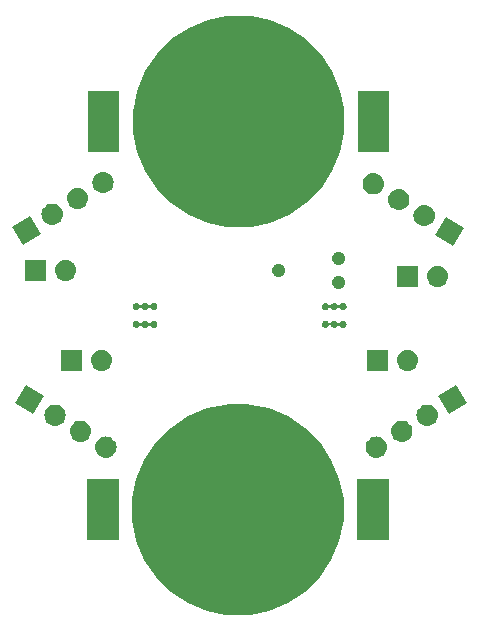
<source format=gbs>
G04 #@! TF.GenerationSoftware,KiCad,Pcbnew,(5.1.0)-1*
G04 #@! TF.CreationDate,2019-03-21T22:16:59+11:00*
G04 #@! TF.ProjectId,top-hemi,746f702d-6865-46d6-992e-6b696361645f,rev?*
G04 #@! TF.SameCoordinates,Original*
G04 #@! TF.FileFunction,Soldermask,Bot*
G04 #@! TF.FilePolarity,Negative*
%FSLAX46Y46*%
G04 Gerber Fmt 4.6, Leading zero omitted, Abs format (unit mm)*
G04 Created by KiCad (PCBNEW (5.1.0)-1) date 2019-03-21 22:16:59*
%MOMM*%
%LPD*%
G04 APERTURE LIST*
%ADD10C,0.100000*%
G04 APERTURE END LIST*
D10*
G36*
X134031948Y-96202995D02*
G01*
X135564294Y-96507797D01*
X137191452Y-97181788D01*
X138655855Y-98160272D01*
X139901228Y-99405645D01*
X140879712Y-100870048D01*
X141553703Y-102497206D01*
X141897300Y-104224588D01*
X141897300Y-105985812D01*
X141553703Y-107713194D01*
X140879712Y-109340352D01*
X139901228Y-110804755D01*
X138655855Y-112050128D01*
X137191452Y-113028612D01*
X135564294Y-113702603D01*
X134052100Y-114003397D01*
X133836913Y-114046200D01*
X132075687Y-114046200D01*
X131860500Y-114003397D01*
X130348306Y-113702603D01*
X128721148Y-113028612D01*
X127256745Y-112050128D01*
X126011372Y-110804755D01*
X125032888Y-109340352D01*
X124358897Y-107713194D01*
X124015300Y-105985812D01*
X124015300Y-104224588D01*
X124358897Y-102497206D01*
X125032888Y-100870048D01*
X126011372Y-99405645D01*
X127256745Y-98160272D01*
X128721148Y-97181788D01*
X130348306Y-96507797D01*
X131880652Y-96202995D01*
X132075687Y-96164200D01*
X133836913Y-96164200D01*
X134031948Y-96202995D01*
X134031948Y-96202995D01*
G37*
G36*
X145707300Y-107696200D02*
G01*
X143065300Y-107696200D01*
X143065300Y-102514200D01*
X145707300Y-102514200D01*
X145707300Y-107696200D01*
X145707300Y-107696200D01*
G37*
G36*
X122847300Y-107696200D02*
G01*
X120205300Y-107696200D01*
X120205300Y-102514200D01*
X122847300Y-102514200D01*
X122847300Y-107696200D01*
X122847300Y-107696200D01*
G37*
G36*
X144778316Y-98901503D02*
G01*
X144844501Y-98908022D01*
X145014340Y-98959542D01*
X145170865Y-99043207D01*
X145206603Y-99072537D01*
X145308060Y-99155799D01*
X145391322Y-99257256D01*
X145420652Y-99292994D01*
X145504317Y-99449519D01*
X145555837Y-99619358D01*
X145573233Y-99795985D01*
X145555837Y-99972612D01*
X145504317Y-100142451D01*
X145420652Y-100298976D01*
X145391322Y-100334714D01*
X145308060Y-100436171D01*
X145206603Y-100519433D01*
X145170865Y-100548763D01*
X145014340Y-100632428D01*
X144844501Y-100683948D01*
X144778316Y-100690467D01*
X144712134Y-100696985D01*
X144623614Y-100696985D01*
X144557432Y-100690467D01*
X144491247Y-100683948D01*
X144321408Y-100632428D01*
X144164883Y-100548763D01*
X144129145Y-100519433D01*
X144027688Y-100436171D01*
X143944426Y-100334714D01*
X143915096Y-100298976D01*
X143831431Y-100142451D01*
X143779911Y-99972612D01*
X143762515Y-99795985D01*
X143779911Y-99619358D01*
X143831431Y-99449519D01*
X143915096Y-99292994D01*
X143944426Y-99257256D01*
X144027688Y-99155799D01*
X144129145Y-99072537D01*
X144164883Y-99043207D01*
X144321408Y-98959542D01*
X144491247Y-98908022D01*
X144557432Y-98901503D01*
X144623614Y-98894985D01*
X144712134Y-98894985D01*
X144778316Y-98901503D01*
X144778316Y-98901503D01*
G37*
G36*
X121888568Y-98901503D02*
G01*
X121954753Y-98908022D01*
X122124592Y-98959542D01*
X122281117Y-99043207D01*
X122316855Y-99072537D01*
X122418312Y-99155799D01*
X122501574Y-99257256D01*
X122530904Y-99292994D01*
X122614569Y-99449519D01*
X122666089Y-99619358D01*
X122683485Y-99795985D01*
X122666089Y-99972612D01*
X122614569Y-100142451D01*
X122530904Y-100298976D01*
X122501574Y-100334714D01*
X122418312Y-100436171D01*
X122316855Y-100519433D01*
X122281117Y-100548763D01*
X122124592Y-100632428D01*
X121954753Y-100683948D01*
X121888568Y-100690467D01*
X121822386Y-100696985D01*
X121733866Y-100696985D01*
X121667684Y-100690467D01*
X121601499Y-100683948D01*
X121431660Y-100632428D01*
X121275135Y-100548763D01*
X121239397Y-100519433D01*
X121137940Y-100436171D01*
X121054678Y-100334714D01*
X121025348Y-100298976D01*
X120941683Y-100142451D01*
X120890163Y-99972612D01*
X120872767Y-99795985D01*
X120890163Y-99619358D01*
X120941683Y-99449519D01*
X121025348Y-99292994D01*
X121054678Y-99257256D01*
X121137940Y-99155799D01*
X121239397Y-99072537D01*
X121275135Y-99043207D01*
X121431660Y-98959542D01*
X121601499Y-98908022D01*
X121667684Y-98901503D01*
X121733866Y-98894985D01*
X121822386Y-98894985D01*
X121888568Y-98901503D01*
X121888568Y-98901503D01*
G37*
G36*
X119734527Y-97555509D02*
G01*
X119800711Y-97562027D01*
X119970550Y-97613547D01*
X120127075Y-97697212D01*
X120162813Y-97726542D01*
X120264270Y-97809804D01*
X120347532Y-97911261D01*
X120376862Y-97946999D01*
X120460527Y-98103524D01*
X120512047Y-98273363D01*
X120529443Y-98449990D01*
X120512047Y-98626617D01*
X120460527Y-98796456D01*
X120376862Y-98952981D01*
X120347532Y-98988719D01*
X120264270Y-99090176D01*
X120162813Y-99173438D01*
X120127075Y-99202768D01*
X119970550Y-99286433D01*
X119800711Y-99337953D01*
X119734526Y-99344472D01*
X119668344Y-99350990D01*
X119579824Y-99350990D01*
X119513641Y-99344471D01*
X119447457Y-99337953D01*
X119277618Y-99286433D01*
X119121093Y-99202768D01*
X119085355Y-99173438D01*
X118983898Y-99090176D01*
X118900636Y-98988719D01*
X118871306Y-98952981D01*
X118787641Y-98796456D01*
X118736121Y-98626617D01*
X118718725Y-98449990D01*
X118736121Y-98273363D01*
X118787641Y-98103524D01*
X118871306Y-97946999D01*
X118900636Y-97911261D01*
X118983898Y-97809804D01*
X119085355Y-97726542D01*
X119121093Y-97697212D01*
X119277618Y-97613547D01*
X119447457Y-97562027D01*
X119513641Y-97555509D01*
X119579824Y-97548990D01*
X119668344Y-97548990D01*
X119734527Y-97555509D01*
X119734527Y-97555509D01*
G37*
G36*
X146932359Y-97555509D02*
G01*
X146998543Y-97562027D01*
X147168382Y-97613547D01*
X147324907Y-97697212D01*
X147360645Y-97726542D01*
X147462102Y-97809804D01*
X147545364Y-97911261D01*
X147574694Y-97946999D01*
X147658359Y-98103524D01*
X147709879Y-98273363D01*
X147727275Y-98449990D01*
X147709879Y-98626617D01*
X147658359Y-98796456D01*
X147574694Y-98952981D01*
X147545364Y-98988719D01*
X147462102Y-99090176D01*
X147360645Y-99173438D01*
X147324907Y-99202768D01*
X147168382Y-99286433D01*
X146998543Y-99337953D01*
X146932358Y-99344472D01*
X146866176Y-99350990D01*
X146777656Y-99350990D01*
X146711473Y-99344471D01*
X146645289Y-99337953D01*
X146475450Y-99286433D01*
X146318925Y-99202768D01*
X146283187Y-99173438D01*
X146181730Y-99090176D01*
X146098468Y-98988719D01*
X146069138Y-98952981D01*
X145985473Y-98796456D01*
X145933953Y-98626617D01*
X145916557Y-98449990D01*
X145933953Y-98273363D01*
X145985473Y-98103524D01*
X146069138Y-97946999D01*
X146098468Y-97911261D01*
X146181730Y-97809804D01*
X146283187Y-97726542D01*
X146318925Y-97697212D01*
X146475450Y-97613547D01*
X146645289Y-97562027D01*
X146711473Y-97555509D01*
X146777656Y-97548990D01*
X146866176Y-97548990D01*
X146932359Y-97555509D01*
X146932359Y-97555509D01*
G37*
G36*
X149086400Y-96209513D02*
G01*
X149152585Y-96216032D01*
X149322424Y-96267552D01*
X149478949Y-96351217D01*
X149514687Y-96380547D01*
X149616144Y-96463809D01*
X149699406Y-96565266D01*
X149728736Y-96601004D01*
X149812401Y-96757529D01*
X149863921Y-96927368D01*
X149881317Y-97103995D01*
X149863921Y-97280622D01*
X149812401Y-97450461D01*
X149728736Y-97606986D01*
X149699406Y-97642724D01*
X149616144Y-97744181D01*
X149514687Y-97827443D01*
X149478949Y-97856773D01*
X149322424Y-97940438D01*
X149152585Y-97991958D01*
X149086401Y-97998476D01*
X149020218Y-98004995D01*
X148931698Y-98004995D01*
X148865515Y-97998476D01*
X148799331Y-97991958D01*
X148629492Y-97940438D01*
X148472967Y-97856773D01*
X148437229Y-97827443D01*
X148335772Y-97744181D01*
X148252510Y-97642724D01*
X148223180Y-97606986D01*
X148139515Y-97450461D01*
X148087995Y-97280622D01*
X148070599Y-97103995D01*
X148087995Y-96927368D01*
X148139515Y-96757529D01*
X148223180Y-96601004D01*
X148252510Y-96565266D01*
X148335772Y-96463809D01*
X148437229Y-96380547D01*
X148472967Y-96351217D01*
X148629492Y-96267552D01*
X148799331Y-96216032D01*
X148865515Y-96209514D01*
X148931698Y-96202995D01*
X149020218Y-96202995D01*
X149086400Y-96209513D01*
X149086400Y-96209513D01*
G37*
G36*
X117580484Y-96209513D02*
G01*
X117646669Y-96216032D01*
X117816508Y-96267552D01*
X117973033Y-96351217D01*
X118008771Y-96380547D01*
X118110228Y-96463809D01*
X118193490Y-96565266D01*
X118222820Y-96601004D01*
X118306485Y-96757529D01*
X118358005Y-96927368D01*
X118375401Y-97103995D01*
X118358005Y-97280622D01*
X118306485Y-97450461D01*
X118222820Y-97606986D01*
X118193490Y-97642724D01*
X118110228Y-97744181D01*
X118008771Y-97827443D01*
X117973033Y-97856773D01*
X117816508Y-97940438D01*
X117646669Y-97991958D01*
X117580485Y-97998476D01*
X117514302Y-98004995D01*
X117425782Y-98004995D01*
X117359599Y-97998476D01*
X117293415Y-97991958D01*
X117123576Y-97940438D01*
X116967051Y-97856773D01*
X116931313Y-97827443D01*
X116829856Y-97744181D01*
X116746594Y-97642724D01*
X116717264Y-97606986D01*
X116633599Y-97450461D01*
X116582079Y-97280622D01*
X116564683Y-97103995D01*
X116582079Y-96927368D01*
X116633599Y-96757529D01*
X116717264Y-96601004D01*
X116746594Y-96565266D01*
X116829856Y-96463809D01*
X116931313Y-96380547D01*
X116967051Y-96351217D01*
X117123576Y-96267552D01*
X117293415Y-96216032D01*
X117359599Y-96209514D01*
X117425782Y-96202995D01*
X117514302Y-96202995D01*
X117580484Y-96209513D01*
X117580484Y-96209513D01*
G37*
G36*
X116557549Y-95471366D02*
G01*
X115602634Y-96999549D01*
X114074451Y-96044634D01*
X115029366Y-94516451D01*
X116557549Y-95471366D01*
X116557549Y-95471366D01*
G37*
G36*
X152371549Y-96044634D02*
G01*
X150843366Y-96999549D01*
X149888451Y-95471366D01*
X151416634Y-94516451D01*
X152371549Y-96044634D01*
X152371549Y-96044634D01*
G37*
G36*
X145681000Y-93357000D02*
G01*
X143879000Y-93357000D01*
X143879000Y-91555000D01*
X145681000Y-91555000D01*
X145681000Y-93357000D01*
X145681000Y-93357000D01*
G37*
G36*
X147430443Y-91561519D02*
G01*
X147496627Y-91568037D01*
X147666466Y-91619557D01*
X147822991Y-91703222D01*
X147858729Y-91732552D01*
X147960186Y-91815814D01*
X148043448Y-91917271D01*
X148072778Y-91953009D01*
X148156443Y-92109534D01*
X148207963Y-92279373D01*
X148225359Y-92456000D01*
X148207963Y-92632627D01*
X148156443Y-92802466D01*
X148072778Y-92958991D01*
X148043448Y-92994729D01*
X147960186Y-93096186D01*
X147858729Y-93179448D01*
X147822991Y-93208778D01*
X147666466Y-93292443D01*
X147496627Y-93343963D01*
X147430442Y-93350482D01*
X147364260Y-93357000D01*
X147275740Y-93357000D01*
X147209558Y-93350482D01*
X147143373Y-93343963D01*
X146973534Y-93292443D01*
X146817009Y-93208778D01*
X146781271Y-93179448D01*
X146679814Y-93096186D01*
X146596552Y-92994729D01*
X146567222Y-92958991D01*
X146483557Y-92802466D01*
X146432037Y-92632627D01*
X146414641Y-92456000D01*
X146432037Y-92279373D01*
X146483557Y-92109534D01*
X146567222Y-91953009D01*
X146596552Y-91917271D01*
X146679814Y-91815814D01*
X146781271Y-91732552D01*
X146817009Y-91703222D01*
X146973534Y-91619557D01*
X147143373Y-91568037D01*
X147209557Y-91561519D01*
X147275740Y-91555000D01*
X147364260Y-91555000D01*
X147430443Y-91561519D01*
X147430443Y-91561519D01*
G37*
G36*
X121522443Y-91561519D02*
G01*
X121588627Y-91568037D01*
X121758466Y-91619557D01*
X121914991Y-91703222D01*
X121950729Y-91732552D01*
X122052186Y-91815814D01*
X122135448Y-91917271D01*
X122164778Y-91953009D01*
X122248443Y-92109534D01*
X122299963Y-92279373D01*
X122317359Y-92456000D01*
X122299963Y-92632627D01*
X122248443Y-92802466D01*
X122164778Y-92958991D01*
X122135448Y-92994729D01*
X122052186Y-93096186D01*
X121950729Y-93179448D01*
X121914991Y-93208778D01*
X121758466Y-93292443D01*
X121588627Y-93343963D01*
X121522442Y-93350482D01*
X121456260Y-93357000D01*
X121367740Y-93357000D01*
X121301558Y-93350482D01*
X121235373Y-93343963D01*
X121065534Y-93292443D01*
X120909009Y-93208778D01*
X120873271Y-93179448D01*
X120771814Y-93096186D01*
X120688552Y-92994729D01*
X120659222Y-92958991D01*
X120575557Y-92802466D01*
X120524037Y-92632627D01*
X120506641Y-92456000D01*
X120524037Y-92279373D01*
X120575557Y-92109534D01*
X120659222Y-91953009D01*
X120688552Y-91917271D01*
X120771814Y-91815814D01*
X120873271Y-91732552D01*
X120909009Y-91703222D01*
X121065534Y-91619557D01*
X121235373Y-91568037D01*
X121301557Y-91561519D01*
X121367740Y-91555000D01*
X121456260Y-91555000D01*
X121522443Y-91561519D01*
X121522443Y-91561519D01*
G37*
G36*
X119773000Y-93357000D02*
G01*
X117971000Y-93357000D01*
X117971000Y-91555000D01*
X119773000Y-91555000D01*
X119773000Y-93357000D01*
X119773000Y-93357000D01*
G37*
G36*
X124432797Y-89106567D02*
G01*
X124487575Y-89129257D01*
X124487577Y-89129258D01*
X124536876Y-89162198D01*
X124578802Y-89204124D01*
X124611742Y-89253423D01*
X124616067Y-89259896D01*
X124631612Y-89278838D01*
X124650554Y-89294383D01*
X124672165Y-89305934D01*
X124695614Y-89313047D01*
X124720000Y-89315449D01*
X124744386Y-89313047D01*
X124767835Y-89305934D01*
X124789446Y-89294383D01*
X124808388Y-89278838D01*
X124823933Y-89259896D01*
X124828258Y-89253423D01*
X124861198Y-89204124D01*
X124903124Y-89162198D01*
X124952423Y-89129258D01*
X124952425Y-89129257D01*
X125007203Y-89106567D01*
X125065353Y-89095000D01*
X125124647Y-89095000D01*
X125182797Y-89106567D01*
X125237575Y-89129257D01*
X125237577Y-89129258D01*
X125286876Y-89162198D01*
X125328802Y-89204124D01*
X125361742Y-89253423D01*
X125366067Y-89259896D01*
X125381612Y-89278838D01*
X125400554Y-89294383D01*
X125422165Y-89305934D01*
X125445614Y-89313047D01*
X125470000Y-89315449D01*
X125494386Y-89313047D01*
X125517835Y-89305934D01*
X125539446Y-89294383D01*
X125558388Y-89278838D01*
X125573933Y-89259896D01*
X125578258Y-89253423D01*
X125611198Y-89204124D01*
X125653124Y-89162198D01*
X125702423Y-89129258D01*
X125702425Y-89129257D01*
X125757203Y-89106567D01*
X125815353Y-89095000D01*
X125874647Y-89095000D01*
X125932797Y-89106567D01*
X125987575Y-89129257D01*
X125987577Y-89129258D01*
X126036876Y-89162198D01*
X126078802Y-89204124D01*
X126111742Y-89253423D01*
X126111743Y-89253425D01*
X126134433Y-89308203D01*
X126146000Y-89366353D01*
X126146000Y-89425647D01*
X126134433Y-89483797D01*
X126114423Y-89532104D01*
X126111742Y-89538577D01*
X126078802Y-89587876D01*
X126036876Y-89629802D01*
X125987577Y-89662742D01*
X125987576Y-89662743D01*
X125987575Y-89662743D01*
X125932797Y-89685433D01*
X125874647Y-89697000D01*
X125815353Y-89697000D01*
X125757203Y-89685433D01*
X125702425Y-89662743D01*
X125702424Y-89662743D01*
X125702423Y-89662742D01*
X125653124Y-89629802D01*
X125611198Y-89587876D01*
X125578258Y-89538577D01*
X125578257Y-89538575D01*
X125573933Y-89532104D01*
X125558388Y-89513162D01*
X125539446Y-89497617D01*
X125517835Y-89486066D01*
X125494386Y-89478953D01*
X125470000Y-89476551D01*
X125445614Y-89478953D01*
X125422165Y-89486066D01*
X125400554Y-89497617D01*
X125381612Y-89513162D01*
X125366067Y-89532104D01*
X125361743Y-89538575D01*
X125361742Y-89538577D01*
X125328802Y-89587876D01*
X125286876Y-89629802D01*
X125237577Y-89662742D01*
X125237576Y-89662743D01*
X125237575Y-89662743D01*
X125182797Y-89685433D01*
X125124647Y-89697000D01*
X125065353Y-89697000D01*
X125007203Y-89685433D01*
X124952425Y-89662743D01*
X124952424Y-89662743D01*
X124952423Y-89662742D01*
X124903124Y-89629802D01*
X124861198Y-89587876D01*
X124828258Y-89538577D01*
X124828257Y-89538575D01*
X124823933Y-89532104D01*
X124808388Y-89513162D01*
X124789446Y-89497617D01*
X124767835Y-89486066D01*
X124744386Y-89478953D01*
X124720000Y-89476551D01*
X124695614Y-89478953D01*
X124672165Y-89486066D01*
X124650554Y-89497617D01*
X124631612Y-89513162D01*
X124616067Y-89532104D01*
X124611743Y-89538575D01*
X124611742Y-89538577D01*
X124578802Y-89587876D01*
X124536876Y-89629802D01*
X124487577Y-89662742D01*
X124487576Y-89662743D01*
X124487575Y-89662743D01*
X124432797Y-89685433D01*
X124374647Y-89697000D01*
X124315353Y-89697000D01*
X124257203Y-89685433D01*
X124202425Y-89662743D01*
X124202424Y-89662743D01*
X124202423Y-89662742D01*
X124153124Y-89629802D01*
X124111198Y-89587876D01*
X124078258Y-89538577D01*
X124075577Y-89532104D01*
X124055567Y-89483797D01*
X124044000Y-89425647D01*
X124044000Y-89366353D01*
X124055567Y-89308203D01*
X124078257Y-89253425D01*
X124078258Y-89253423D01*
X124111198Y-89204124D01*
X124153124Y-89162198D01*
X124202423Y-89129258D01*
X124202425Y-89129257D01*
X124257203Y-89106567D01*
X124315353Y-89095000D01*
X124374647Y-89095000D01*
X124432797Y-89106567D01*
X124432797Y-89106567D01*
G37*
G36*
X140446797Y-89106567D02*
G01*
X140501575Y-89129257D01*
X140501577Y-89129258D01*
X140550876Y-89162198D01*
X140592802Y-89204124D01*
X140625742Y-89253423D01*
X140630067Y-89259896D01*
X140645612Y-89278838D01*
X140664554Y-89294383D01*
X140686165Y-89305934D01*
X140709614Y-89313047D01*
X140734000Y-89315449D01*
X140758386Y-89313047D01*
X140781835Y-89305934D01*
X140803446Y-89294383D01*
X140822388Y-89278838D01*
X140837933Y-89259896D01*
X140842258Y-89253423D01*
X140875198Y-89204124D01*
X140917124Y-89162198D01*
X140966423Y-89129258D01*
X140966425Y-89129257D01*
X141021203Y-89106567D01*
X141079353Y-89095000D01*
X141138647Y-89095000D01*
X141196797Y-89106567D01*
X141251575Y-89129257D01*
X141251577Y-89129258D01*
X141300876Y-89162198D01*
X141342802Y-89204124D01*
X141375742Y-89253423D01*
X141380067Y-89259896D01*
X141395612Y-89278838D01*
X141414554Y-89294383D01*
X141436165Y-89305934D01*
X141459614Y-89313047D01*
X141484000Y-89315449D01*
X141508386Y-89313047D01*
X141531835Y-89305934D01*
X141553446Y-89294383D01*
X141572388Y-89278838D01*
X141587933Y-89259896D01*
X141592258Y-89253423D01*
X141625198Y-89204124D01*
X141667124Y-89162198D01*
X141716423Y-89129258D01*
X141716425Y-89129257D01*
X141771203Y-89106567D01*
X141829353Y-89095000D01*
X141888647Y-89095000D01*
X141946797Y-89106567D01*
X142001575Y-89129257D01*
X142001577Y-89129258D01*
X142050876Y-89162198D01*
X142092802Y-89204124D01*
X142125742Y-89253423D01*
X142125743Y-89253425D01*
X142148433Y-89308203D01*
X142160000Y-89366353D01*
X142160000Y-89425647D01*
X142148433Y-89483797D01*
X142128423Y-89532104D01*
X142125742Y-89538577D01*
X142092802Y-89587876D01*
X142050876Y-89629802D01*
X142001577Y-89662742D01*
X142001576Y-89662743D01*
X142001575Y-89662743D01*
X141946797Y-89685433D01*
X141888647Y-89697000D01*
X141829353Y-89697000D01*
X141771203Y-89685433D01*
X141716425Y-89662743D01*
X141716424Y-89662743D01*
X141716423Y-89662742D01*
X141667124Y-89629802D01*
X141625198Y-89587876D01*
X141592258Y-89538577D01*
X141592257Y-89538575D01*
X141587933Y-89532104D01*
X141572388Y-89513162D01*
X141553446Y-89497617D01*
X141531835Y-89486066D01*
X141508386Y-89478953D01*
X141484000Y-89476551D01*
X141459614Y-89478953D01*
X141436165Y-89486066D01*
X141414554Y-89497617D01*
X141395612Y-89513162D01*
X141380067Y-89532104D01*
X141375743Y-89538575D01*
X141375742Y-89538577D01*
X141342802Y-89587876D01*
X141300876Y-89629802D01*
X141251577Y-89662742D01*
X141251576Y-89662743D01*
X141251575Y-89662743D01*
X141196797Y-89685433D01*
X141138647Y-89697000D01*
X141079353Y-89697000D01*
X141021203Y-89685433D01*
X140966425Y-89662743D01*
X140966424Y-89662743D01*
X140966423Y-89662742D01*
X140917124Y-89629802D01*
X140875198Y-89587876D01*
X140842258Y-89538577D01*
X140842257Y-89538575D01*
X140837933Y-89532104D01*
X140822388Y-89513162D01*
X140803446Y-89497617D01*
X140781835Y-89486066D01*
X140758386Y-89478953D01*
X140734000Y-89476551D01*
X140709614Y-89478953D01*
X140686165Y-89486066D01*
X140664554Y-89497617D01*
X140645612Y-89513162D01*
X140630067Y-89532104D01*
X140625743Y-89538575D01*
X140625742Y-89538577D01*
X140592802Y-89587876D01*
X140550876Y-89629802D01*
X140501577Y-89662742D01*
X140501576Y-89662743D01*
X140501575Y-89662743D01*
X140446797Y-89685433D01*
X140388647Y-89697000D01*
X140329353Y-89697000D01*
X140271203Y-89685433D01*
X140216425Y-89662743D01*
X140216424Y-89662743D01*
X140216423Y-89662742D01*
X140167124Y-89629802D01*
X140125198Y-89587876D01*
X140092258Y-89538577D01*
X140089577Y-89532104D01*
X140069567Y-89483797D01*
X140058000Y-89425647D01*
X140058000Y-89366353D01*
X140069567Y-89308203D01*
X140092257Y-89253425D01*
X140092258Y-89253423D01*
X140125198Y-89204124D01*
X140167124Y-89162198D01*
X140216423Y-89129258D01*
X140216425Y-89129257D01*
X140271203Y-89106567D01*
X140329353Y-89095000D01*
X140388647Y-89095000D01*
X140446797Y-89106567D01*
X140446797Y-89106567D01*
G37*
G36*
X124432797Y-87606567D02*
G01*
X124487575Y-87629257D01*
X124487577Y-87629258D01*
X124536876Y-87662198D01*
X124578802Y-87704124D01*
X124611742Y-87753423D01*
X124616067Y-87759896D01*
X124631612Y-87778838D01*
X124650554Y-87794383D01*
X124672165Y-87805934D01*
X124695614Y-87813047D01*
X124720000Y-87815449D01*
X124744386Y-87813047D01*
X124767835Y-87805934D01*
X124789446Y-87794383D01*
X124808388Y-87778838D01*
X124823933Y-87759896D01*
X124828258Y-87753423D01*
X124861198Y-87704124D01*
X124903124Y-87662198D01*
X124952423Y-87629258D01*
X124952425Y-87629257D01*
X125007203Y-87606567D01*
X125065353Y-87595000D01*
X125124647Y-87595000D01*
X125182797Y-87606567D01*
X125237575Y-87629257D01*
X125237577Y-87629258D01*
X125286876Y-87662198D01*
X125328802Y-87704124D01*
X125361742Y-87753423D01*
X125366067Y-87759896D01*
X125381612Y-87778838D01*
X125400554Y-87794383D01*
X125422165Y-87805934D01*
X125445614Y-87813047D01*
X125470000Y-87815449D01*
X125494386Y-87813047D01*
X125517835Y-87805934D01*
X125539446Y-87794383D01*
X125558388Y-87778838D01*
X125573933Y-87759896D01*
X125578258Y-87753423D01*
X125611198Y-87704124D01*
X125653124Y-87662198D01*
X125702423Y-87629258D01*
X125702425Y-87629257D01*
X125757203Y-87606567D01*
X125815353Y-87595000D01*
X125874647Y-87595000D01*
X125932797Y-87606567D01*
X125987575Y-87629257D01*
X125987577Y-87629258D01*
X126036876Y-87662198D01*
X126078802Y-87704124D01*
X126111742Y-87753423D01*
X126111743Y-87753425D01*
X126134433Y-87808203D01*
X126146000Y-87866353D01*
X126146000Y-87925647D01*
X126134433Y-87983797D01*
X126114423Y-88032104D01*
X126111742Y-88038577D01*
X126078802Y-88087876D01*
X126036876Y-88129802D01*
X125987577Y-88162742D01*
X125987576Y-88162743D01*
X125987575Y-88162743D01*
X125932797Y-88185433D01*
X125874647Y-88197000D01*
X125815353Y-88197000D01*
X125757203Y-88185433D01*
X125702425Y-88162743D01*
X125702424Y-88162743D01*
X125702423Y-88162742D01*
X125653124Y-88129802D01*
X125611198Y-88087876D01*
X125578258Y-88038577D01*
X125578257Y-88038575D01*
X125573933Y-88032104D01*
X125558388Y-88013162D01*
X125539446Y-87997617D01*
X125517835Y-87986066D01*
X125494386Y-87978953D01*
X125470000Y-87976551D01*
X125445614Y-87978953D01*
X125422165Y-87986066D01*
X125400554Y-87997617D01*
X125381612Y-88013162D01*
X125366067Y-88032104D01*
X125361743Y-88038575D01*
X125361742Y-88038577D01*
X125328802Y-88087876D01*
X125286876Y-88129802D01*
X125237577Y-88162742D01*
X125237576Y-88162743D01*
X125237575Y-88162743D01*
X125182797Y-88185433D01*
X125124647Y-88197000D01*
X125065353Y-88197000D01*
X125007203Y-88185433D01*
X124952425Y-88162743D01*
X124952424Y-88162743D01*
X124952423Y-88162742D01*
X124903124Y-88129802D01*
X124861198Y-88087876D01*
X124828258Y-88038577D01*
X124828257Y-88038575D01*
X124823933Y-88032104D01*
X124808388Y-88013162D01*
X124789446Y-87997617D01*
X124767835Y-87986066D01*
X124744386Y-87978953D01*
X124720000Y-87976551D01*
X124695614Y-87978953D01*
X124672165Y-87986066D01*
X124650554Y-87997617D01*
X124631612Y-88013162D01*
X124616067Y-88032104D01*
X124611743Y-88038575D01*
X124611742Y-88038577D01*
X124578802Y-88087876D01*
X124536876Y-88129802D01*
X124487577Y-88162742D01*
X124487576Y-88162743D01*
X124487575Y-88162743D01*
X124432797Y-88185433D01*
X124374647Y-88197000D01*
X124315353Y-88197000D01*
X124257203Y-88185433D01*
X124202425Y-88162743D01*
X124202424Y-88162743D01*
X124202423Y-88162742D01*
X124153124Y-88129802D01*
X124111198Y-88087876D01*
X124078258Y-88038577D01*
X124075577Y-88032104D01*
X124055567Y-87983797D01*
X124044000Y-87925647D01*
X124044000Y-87866353D01*
X124055567Y-87808203D01*
X124078257Y-87753425D01*
X124078258Y-87753423D01*
X124111198Y-87704124D01*
X124153124Y-87662198D01*
X124202423Y-87629258D01*
X124202425Y-87629257D01*
X124257203Y-87606567D01*
X124315353Y-87595000D01*
X124374647Y-87595000D01*
X124432797Y-87606567D01*
X124432797Y-87606567D01*
G37*
G36*
X140446797Y-87606567D02*
G01*
X140501575Y-87629257D01*
X140501577Y-87629258D01*
X140550876Y-87662198D01*
X140592802Y-87704124D01*
X140625742Y-87753423D01*
X140630067Y-87759896D01*
X140645612Y-87778838D01*
X140664554Y-87794383D01*
X140686165Y-87805934D01*
X140709614Y-87813047D01*
X140734000Y-87815449D01*
X140758386Y-87813047D01*
X140781835Y-87805934D01*
X140803446Y-87794383D01*
X140822388Y-87778838D01*
X140837933Y-87759896D01*
X140842258Y-87753423D01*
X140875198Y-87704124D01*
X140917124Y-87662198D01*
X140966423Y-87629258D01*
X140966425Y-87629257D01*
X141021203Y-87606567D01*
X141079353Y-87595000D01*
X141138647Y-87595000D01*
X141196797Y-87606567D01*
X141251575Y-87629257D01*
X141251577Y-87629258D01*
X141300876Y-87662198D01*
X141342802Y-87704124D01*
X141375742Y-87753423D01*
X141380067Y-87759896D01*
X141395612Y-87778838D01*
X141414554Y-87794383D01*
X141436165Y-87805934D01*
X141459614Y-87813047D01*
X141484000Y-87815449D01*
X141508386Y-87813047D01*
X141531835Y-87805934D01*
X141553446Y-87794383D01*
X141572388Y-87778838D01*
X141587933Y-87759896D01*
X141592258Y-87753423D01*
X141625198Y-87704124D01*
X141667124Y-87662198D01*
X141716423Y-87629258D01*
X141716425Y-87629257D01*
X141771203Y-87606567D01*
X141829353Y-87595000D01*
X141888647Y-87595000D01*
X141946797Y-87606567D01*
X142001575Y-87629257D01*
X142001577Y-87629258D01*
X142050876Y-87662198D01*
X142092802Y-87704124D01*
X142125742Y-87753423D01*
X142125743Y-87753425D01*
X142148433Y-87808203D01*
X142160000Y-87866353D01*
X142160000Y-87925647D01*
X142148433Y-87983797D01*
X142128423Y-88032104D01*
X142125742Y-88038577D01*
X142092802Y-88087876D01*
X142050876Y-88129802D01*
X142001577Y-88162742D01*
X142001576Y-88162743D01*
X142001575Y-88162743D01*
X141946797Y-88185433D01*
X141888647Y-88197000D01*
X141829353Y-88197000D01*
X141771203Y-88185433D01*
X141716425Y-88162743D01*
X141716424Y-88162743D01*
X141716423Y-88162742D01*
X141667124Y-88129802D01*
X141625198Y-88087876D01*
X141592258Y-88038577D01*
X141592257Y-88038575D01*
X141587933Y-88032104D01*
X141572388Y-88013162D01*
X141553446Y-87997617D01*
X141531835Y-87986066D01*
X141508386Y-87978953D01*
X141484000Y-87976551D01*
X141459614Y-87978953D01*
X141436165Y-87986066D01*
X141414554Y-87997617D01*
X141395612Y-88013162D01*
X141380067Y-88032104D01*
X141375743Y-88038575D01*
X141375742Y-88038577D01*
X141342802Y-88087876D01*
X141300876Y-88129802D01*
X141251577Y-88162742D01*
X141251576Y-88162743D01*
X141251575Y-88162743D01*
X141196797Y-88185433D01*
X141138647Y-88197000D01*
X141079353Y-88197000D01*
X141021203Y-88185433D01*
X140966425Y-88162743D01*
X140966424Y-88162743D01*
X140966423Y-88162742D01*
X140917124Y-88129802D01*
X140875198Y-88087876D01*
X140842258Y-88038577D01*
X140842257Y-88038575D01*
X140837933Y-88032104D01*
X140822388Y-88013162D01*
X140803446Y-87997617D01*
X140781835Y-87986066D01*
X140758386Y-87978953D01*
X140734000Y-87976551D01*
X140709614Y-87978953D01*
X140686165Y-87986066D01*
X140664554Y-87997617D01*
X140645612Y-88013162D01*
X140630067Y-88032104D01*
X140625743Y-88038575D01*
X140625742Y-88038577D01*
X140592802Y-88087876D01*
X140550876Y-88129802D01*
X140501577Y-88162742D01*
X140501576Y-88162743D01*
X140501575Y-88162743D01*
X140446797Y-88185433D01*
X140388647Y-88197000D01*
X140329353Y-88197000D01*
X140271203Y-88185433D01*
X140216425Y-88162743D01*
X140216424Y-88162743D01*
X140216423Y-88162742D01*
X140167124Y-88129802D01*
X140125198Y-88087876D01*
X140092258Y-88038577D01*
X140089577Y-88032104D01*
X140069567Y-87983797D01*
X140058000Y-87925647D01*
X140058000Y-87866353D01*
X140069567Y-87808203D01*
X140092257Y-87753425D01*
X140092258Y-87753423D01*
X140125198Y-87704124D01*
X140167124Y-87662198D01*
X140216423Y-87629258D01*
X140216425Y-87629257D01*
X140271203Y-87606567D01*
X140329353Y-87595000D01*
X140388647Y-87595000D01*
X140446797Y-87606567D01*
X140446797Y-87606567D01*
G37*
G36*
X141584578Y-85316197D02*
G01*
X141637350Y-85326694D01*
X141736770Y-85367875D01*
X141826246Y-85427661D01*
X141902339Y-85503754D01*
X141962125Y-85593230D01*
X142003306Y-85692650D01*
X142024300Y-85798194D01*
X142024300Y-85905806D01*
X142003306Y-86011350D01*
X141962125Y-86110770D01*
X141902339Y-86200246D01*
X141826246Y-86276339D01*
X141736770Y-86336125D01*
X141637350Y-86377306D01*
X141584578Y-86387803D01*
X141531807Y-86398300D01*
X141424193Y-86398300D01*
X141371422Y-86387803D01*
X141318650Y-86377306D01*
X141219230Y-86336125D01*
X141129754Y-86276339D01*
X141053661Y-86200246D01*
X140993875Y-86110770D01*
X140952694Y-86011350D01*
X140931700Y-85905806D01*
X140931700Y-85798194D01*
X140952694Y-85692650D01*
X140993875Y-85593230D01*
X141053661Y-85503754D01*
X141129754Y-85427661D01*
X141219230Y-85367875D01*
X141318650Y-85326694D01*
X141371422Y-85316197D01*
X141424193Y-85305700D01*
X141531807Y-85305700D01*
X141584578Y-85316197D01*
X141584578Y-85316197D01*
G37*
G36*
X148221000Y-86245000D02*
G01*
X146419000Y-86245000D01*
X146419000Y-84443000D01*
X148221000Y-84443000D01*
X148221000Y-86245000D01*
X148221000Y-86245000D01*
G37*
G36*
X149970442Y-84449518D02*
G01*
X150036627Y-84456037D01*
X150206466Y-84507557D01*
X150362991Y-84591222D01*
X150398729Y-84620552D01*
X150500186Y-84703814D01*
X150583448Y-84805271D01*
X150612778Y-84841009D01*
X150696443Y-84997534D01*
X150747963Y-85167373D01*
X150765359Y-85344000D01*
X150747963Y-85520627D01*
X150696443Y-85690466D01*
X150612778Y-85846991D01*
X150583448Y-85882729D01*
X150500186Y-85984186D01*
X150398729Y-86067448D01*
X150362991Y-86096778D01*
X150206466Y-86180443D01*
X150036627Y-86231963D01*
X149970442Y-86238482D01*
X149904260Y-86245000D01*
X149815740Y-86245000D01*
X149749558Y-86238482D01*
X149683373Y-86231963D01*
X149513534Y-86180443D01*
X149357009Y-86096778D01*
X149321271Y-86067448D01*
X149219814Y-85984186D01*
X149136552Y-85882729D01*
X149107222Y-85846991D01*
X149023557Y-85690466D01*
X148972037Y-85520627D01*
X148954641Y-85344000D01*
X148972037Y-85167373D01*
X149023557Y-84997534D01*
X149107222Y-84841009D01*
X149136552Y-84805271D01*
X149219814Y-84703814D01*
X149321271Y-84620552D01*
X149357009Y-84591222D01*
X149513534Y-84507557D01*
X149683373Y-84456037D01*
X149749558Y-84449518D01*
X149815740Y-84443000D01*
X149904260Y-84443000D01*
X149970442Y-84449518D01*
X149970442Y-84449518D01*
G37*
G36*
X118474443Y-83941519D02*
G01*
X118540627Y-83948037D01*
X118710466Y-83999557D01*
X118866991Y-84083222D01*
X118902729Y-84112552D01*
X119004186Y-84195814D01*
X119044010Y-84244341D01*
X119116778Y-84333009D01*
X119200443Y-84489534D01*
X119251963Y-84659373D01*
X119269359Y-84836000D01*
X119251963Y-85012627D01*
X119200443Y-85182466D01*
X119116778Y-85338991D01*
X119087448Y-85374729D01*
X119004186Y-85476186D01*
X118902729Y-85559448D01*
X118866991Y-85588778D01*
X118710466Y-85672443D01*
X118540627Y-85723963D01*
X118474443Y-85730481D01*
X118408260Y-85737000D01*
X118319740Y-85737000D01*
X118253557Y-85730481D01*
X118187373Y-85723963D01*
X118017534Y-85672443D01*
X117861009Y-85588778D01*
X117825271Y-85559448D01*
X117723814Y-85476186D01*
X117640552Y-85374729D01*
X117611222Y-85338991D01*
X117527557Y-85182466D01*
X117476037Y-85012627D01*
X117458641Y-84836000D01*
X117476037Y-84659373D01*
X117527557Y-84489534D01*
X117611222Y-84333009D01*
X117683990Y-84244341D01*
X117723814Y-84195814D01*
X117825271Y-84112552D01*
X117861009Y-84083222D01*
X118017534Y-83999557D01*
X118187373Y-83948037D01*
X118253557Y-83941519D01*
X118319740Y-83935000D01*
X118408260Y-83935000D01*
X118474443Y-83941519D01*
X118474443Y-83941519D01*
G37*
G36*
X116725000Y-85737000D02*
G01*
X114923000Y-85737000D01*
X114923000Y-83935000D01*
X116725000Y-83935000D01*
X116725000Y-85737000D01*
X116725000Y-85737000D01*
G37*
G36*
X136504578Y-84300197D02*
G01*
X136557350Y-84310694D01*
X136656770Y-84351875D01*
X136746246Y-84411661D01*
X136822339Y-84487754D01*
X136882125Y-84577230D01*
X136923306Y-84676650D01*
X136944300Y-84782194D01*
X136944300Y-84889806D01*
X136923306Y-84995350D01*
X136882125Y-85094770D01*
X136822339Y-85184246D01*
X136746246Y-85260339D01*
X136656770Y-85320125D01*
X136557350Y-85361306D01*
X136524325Y-85367875D01*
X136451807Y-85382300D01*
X136344193Y-85382300D01*
X136271675Y-85367875D01*
X136238650Y-85361306D01*
X136139230Y-85320125D01*
X136049754Y-85260339D01*
X135973661Y-85184246D01*
X135913875Y-85094770D01*
X135872694Y-84995350D01*
X135851700Y-84889806D01*
X135851700Y-84782194D01*
X135872694Y-84676650D01*
X135913875Y-84577230D01*
X135973661Y-84487754D01*
X136049754Y-84411661D01*
X136139230Y-84351875D01*
X136238650Y-84310694D01*
X136291422Y-84300197D01*
X136344193Y-84289700D01*
X136451807Y-84289700D01*
X136504578Y-84300197D01*
X136504578Y-84300197D01*
G37*
G36*
X141584578Y-83284197D02*
G01*
X141637350Y-83294694D01*
X141736770Y-83335875D01*
X141826246Y-83395661D01*
X141902339Y-83471754D01*
X141962125Y-83561230D01*
X142003306Y-83660650D01*
X142024300Y-83766194D01*
X142024300Y-83873806D01*
X142003306Y-83979350D01*
X141962125Y-84078770D01*
X141902339Y-84168246D01*
X141826246Y-84244339D01*
X141736770Y-84304125D01*
X141637350Y-84345306D01*
X141604325Y-84351875D01*
X141531807Y-84366300D01*
X141424193Y-84366300D01*
X141351675Y-84351875D01*
X141318650Y-84345306D01*
X141219230Y-84304125D01*
X141129754Y-84244339D01*
X141053661Y-84168246D01*
X140993875Y-84078770D01*
X140952694Y-83979350D01*
X140931700Y-83873806D01*
X140931700Y-83766194D01*
X140952694Y-83660650D01*
X140993875Y-83561230D01*
X141053661Y-83471754D01*
X141129754Y-83395661D01*
X141219230Y-83335875D01*
X141318650Y-83294694D01*
X141371422Y-83284197D01*
X141424193Y-83273700D01*
X141531807Y-83273700D01*
X141584578Y-83284197D01*
X141584578Y-83284197D01*
G37*
G36*
X152117549Y-81247366D02*
G01*
X151162634Y-82775549D01*
X149634451Y-81820634D01*
X150589366Y-80292451D01*
X152117549Y-81247366D01*
X152117549Y-81247366D01*
G37*
G36*
X116313465Y-81718624D02*
G01*
X114785282Y-82673539D01*
X113830367Y-81145356D01*
X115358550Y-80190441D01*
X116313465Y-81718624D01*
X116313465Y-81718624D01*
G37*
G36*
X134128300Y-63326703D02*
G01*
X135640494Y-63627497D01*
X137267652Y-64301488D01*
X138732055Y-65279972D01*
X139977428Y-66525345D01*
X140955912Y-67989748D01*
X141629903Y-69616906D01*
X141930697Y-71129100D01*
X141973500Y-71344287D01*
X141973500Y-73105513D01*
X141948338Y-73232010D01*
X141629903Y-74832894D01*
X140955912Y-76460052D01*
X139977428Y-77924455D01*
X138732055Y-79169828D01*
X137267652Y-80148312D01*
X135640494Y-80822303D01*
X134128300Y-81123097D01*
X133913113Y-81165900D01*
X132151887Y-81165900D01*
X131936700Y-81123097D01*
X130424506Y-80822303D01*
X128797348Y-80148312D01*
X127332945Y-79169828D01*
X126087572Y-77924455D01*
X125109088Y-76460052D01*
X124435097Y-74832894D01*
X124116662Y-73232010D01*
X124091500Y-73105513D01*
X124091500Y-71344287D01*
X124134303Y-71129100D01*
X124435097Y-69616906D01*
X125109088Y-67989748D01*
X126087572Y-66525345D01*
X127332945Y-65279972D01*
X128797348Y-64301488D01*
X130424506Y-63627497D01*
X131936700Y-63326703D01*
X132151887Y-63283900D01*
X133913113Y-63283900D01*
X134128300Y-63326703D01*
X134128300Y-63326703D01*
G37*
G36*
X148832400Y-79293523D02*
G01*
X148898585Y-79300042D01*
X149068424Y-79351562D01*
X149224949Y-79435227D01*
X149237843Y-79445809D01*
X149362144Y-79547819D01*
X149445406Y-79649276D01*
X149474736Y-79685014D01*
X149558401Y-79841539D01*
X149609921Y-80011378D01*
X149627317Y-80188005D01*
X149609921Y-80364632D01*
X149558401Y-80534471D01*
X149474736Y-80690996D01*
X149445861Y-80726180D01*
X149362144Y-80828191D01*
X149260687Y-80911453D01*
X149224949Y-80940783D01*
X149068424Y-81024448D01*
X148898585Y-81075968D01*
X148832401Y-81082486D01*
X148766218Y-81089005D01*
X148677698Y-81089005D01*
X148611515Y-81082486D01*
X148545331Y-81075968D01*
X148375492Y-81024448D01*
X148218967Y-80940783D01*
X148183229Y-80911453D01*
X148081772Y-80828191D01*
X147998055Y-80726180D01*
X147969180Y-80690996D01*
X147885515Y-80534471D01*
X147833995Y-80364632D01*
X147816599Y-80188005D01*
X147833995Y-80011378D01*
X147885515Y-79841539D01*
X147969180Y-79685014D01*
X147998510Y-79649276D01*
X148081772Y-79547819D01*
X148206073Y-79445809D01*
X148218967Y-79435227D01*
X148375492Y-79351562D01*
X148545331Y-79300042D01*
X148611516Y-79293523D01*
X148677698Y-79287005D01*
X148766218Y-79287005D01*
X148832400Y-79293523D01*
X148832400Y-79293523D01*
G37*
G36*
X117336400Y-79191513D02*
G01*
X117402585Y-79198032D01*
X117572424Y-79249552D01*
X117728949Y-79333217D01*
X117764687Y-79362547D01*
X117866144Y-79445809D01*
X117949406Y-79547266D01*
X117978736Y-79583004D01*
X118062401Y-79739529D01*
X118113921Y-79909368D01*
X118131317Y-80085995D01*
X118113921Y-80262622D01*
X118062401Y-80432461D01*
X117978736Y-80588986D01*
X117949406Y-80624724D01*
X117866144Y-80726181D01*
X117764687Y-80809443D01*
X117728949Y-80838773D01*
X117572424Y-80922438D01*
X117402585Y-80973958D01*
X117336401Y-80980476D01*
X117270218Y-80986995D01*
X117181698Y-80986995D01*
X117115515Y-80980476D01*
X117049331Y-80973958D01*
X116879492Y-80922438D01*
X116722967Y-80838773D01*
X116687229Y-80809443D01*
X116585772Y-80726181D01*
X116502510Y-80624724D01*
X116473180Y-80588986D01*
X116389515Y-80432461D01*
X116337995Y-80262622D01*
X116320599Y-80085995D01*
X116337995Y-79909368D01*
X116389515Y-79739529D01*
X116473180Y-79583004D01*
X116502510Y-79547266D01*
X116585772Y-79445809D01*
X116687229Y-79362547D01*
X116722967Y-79333217D01*
X116879492Y-79249552D01*
X117049331Y-79198032D01*
X117115516Y-79191513D01*
X117181698Y-79184995D01*
X117270218Y-79184995D01*
X117336400Y-79191513D01*
X117336400Y-79191513D01*
G37*
G36*
X146678359Y-77947529D02*
G01*
X146744543Y-77954047D01*
X146914382Y-78005567D01*
X147070907Y-78089232D01*
X147083801Y-78099814D01*
X147208102Y-78201824D01*
X147291364Y-78303281D01*
X147320694Y-78339019D01*
X147404359Y-78495544D01*
X147455879Y-78665383D01*
X147473275Y-78842010D01*
X147455879Y-79018637D01*
X147404359Y-79188476D01*
X147320694Y-79345001D01*
X147291819Y-79380185D01*
X147208102Y-79482196D01*
X147106645Y-79565458D01*
X147070907Y-79594788D01*
X146914382Y-79678453D01*
X146744543Y-79729973D01*
X146678359Y-79736491D01*
X146612176Y-79743010D01*
X146523656Y-79743010D01*
X146457473Y-79736491D01*
X146391289Y-79729973D01*
X146221450Y-79678453D01*
X146064925Y-79594788D01*
X146029187Y-79565458D01*
X145927730Y-79482196D01*
X145844013Y-79380185D01*
X145815138Y-79345001D01*
X145731473Y-79188476D01*
X145679953Y-79018637D01*
X145662557Y-78842010D01*
X145679953Y-78665383D01*
X145731473Y-78495544D01*
X145815138Y-78339019D01*
X145844468Y-78303281D01*
X145927730Y-78201824D01*
X146052031Y-78099814D01*
X146064925Y-78089232D01*
X146221450Y-78005567D01*
X146391289Y-77954047D01*
X146457473Y-77947529D01*
X146523656Y-77941010D01*
X146612176Y-77941010D01*
X146678359Y-77947529D01*
X146678359Y-77947529D01*
G37*
G36*
X119490443Y-77845519D02*
G01*
X119556627Y-77852037D01*
X119726466Y-77903557D01*
X119882991Y-77987222D01*
X119918729Y-78016552D01*
X120020186Y-78099814D01*
X120103448Y-78201271D01*
X120132778Y-78237009D01*
X120216443Y-78393534D01*
X120267963Y-78563373D01*
X120285359Y-78740000D01*
X120267963Y-78916627D01*
X120216443Y-79086466D01*
X120132778Y-79242991D01*
X120103448Y-79278729D01*
X120020186Y-79380186D01*
X119918729Y-79463448D01*
X119882991Y-79492778D01*
X119726466Y-79576443D01*
X119556627Y-79627963D01*
X119490442Y-79634482D01*
X119424260Y-79641000D01*
X119335740Y-79641000D01*
X119269558Y-79634482D01*
X119203373Y-79627963D01*
X119033534Y-79576443D01*
X118877009Y-79492778D01*
X118841271Y-79463448D01*
X118739814Y-79380186D01*
X118656552Y-79278729D01*
X118627222Y-79242991D01*
X118543557Y-79086466D01*
X118492037Y-78916627D01*
X118474641Y-78740000D01*
X118492037Y-78563373D01*
X118543557Y-78393534D01*
X118627222Y-78237009D01*
X118656552Y-78201271D01*
X118739814Y-78099814D01*
X118841271Y-78016552D01*
X118877009Y-77987222D01*
X119033534Y-77903557D01*
X119203373Y-77852037D01*
X119269557Y-77845519D01*
X119335740Y-77839000D01*
X119424260Y-77839000D01*
X119490443Y-77845519D01*
X119490443Y-77845519D01*
G37*
G36*
X144524316Y-76601533D02*
G01*
X144590501Y-76608052D01*
X144760340Y-76659572D01*
X144916865Y-76743237D01*
X144929759Y-76753819D01*
X145054060Y-76855829D01*
X145137322Y-76957286D01*
X145166652Y-76993024D01*
X145250317Y-77149549D01*
X145301837Y-77319388D01*
X145319233Y-77496015D01*
X145301837Y-77672642D01*
X145250317Y-77842481D01*
X145166652Y-77999006D01*
X145137777Y-78034190D01*
X145054060Y-78136201D01*
X144952603Y-78219463D01*
X144916865Y-78248793D01*
X144760340Y-78332458D01*
X144590501Y-78383978D01*
X144524316Y-78390497D01*
X144458134Y-78397015D01*
X144369614Y-78397015D01*
X144303432Y-78390497D01*
X144237247Y-78383978D01*
X144067408Y-78332458D01*
X143910883Y-78248793D01*
X143875145Y-78219463D01*
X143773688Y-78136201D01*
X143689971Y-78034190D01*
X143661096Y-77999006D01*
X143577431Y-77842481D01*
X143525911Y-77672642D01*
X143508515Y-77496015D01*
X143525911Y-77319388D01*
X143577431Y-77149549D01*
X143661096Y-76993024D01*
X143690426Y-76957286D01*
X143773688Y-76855829D01*
X143897989Y-76753819D01*
X143910883Y-76743237D01*
X144067408Y-76659572D01*
X144237247Y-76608052D01*
X144303432Y-76601533D01*
X144369614Y-76595015D01*
X144458134Y-76595015D01*
X144524316Y-76601533D01*
X144524316Y-76601533D01*
G37*
G36*
X121644484Y-76499523D02*
G01*
X121710669Y-76506042D01*
X121880508Y-76557562D01*
X122037033Y-76641227D01*
X122072771Y-76670557D01*
X122174228Y-76753819D01*
X122257490Y-76855276D01*
X122286820Y-76891014D01*
X122370485Y-77047539D01*
X122422005Y-77217378D01*
X122439401Y-77394005D01*
X122422005Y-77570632D01*
X122370485Y-77740471D01*
X122286820Y-77896996D01*
X122264285Y-77924455D01*
X122174228Y-78034191D01*
X122072771Y-78117453D01*
X122037033Y-78146783D01*
X121880508Y-78230448D01*
X121710669Y-78281968D01*
X121644484Y-78288487D01*
X121578302Y-78295005D01*
X121489782Y-78295005D01*
X121423600Y-78288487D01*
X121357415Y-78281968D01*
X121187576Y-78230448D01*
X121031051Y-78146783D01*
X120995313Y-78117453D01*
X120893856Y-78034191D01*
X120803799Y-77924455D01*
X120781264Y-77896996D01*
X120697599Y-77740471D01*
X120646079Y-77570632D01*
X120628683Y-77394005D01*
X120646079Y-77217378D01*
X120697599Y-77047539D01*
X120781264Y-76891014D01*
X120810594Y-76855276D01*
X120893856Y-76753819D01*
X120995313Y-76670557D01*
X121031051Y-76641227D01*
X121187576Y-76557562D01*
X121357415Y-76506042D01*
X121423600Y-76499523D01*
X121489782Y-76493005D01*
X121578302Y-76493005D01*
X121644484Y-76499523D01*
X121644484Y-76499523D01*
G37*
G36*
X145783500Y-74815900D02*
G01*
X143141500Y-74815900D01*
X143141500Y-69633900D01*
X145783500Y-69633900D01*
X145783500Y-74815900D01*
X145783500Y-74815900D01*
G37*
G36*
X122923500Y-74815900D02*
G01*
X120281500Y-74815900D01*
X120281500Y-69633900D01*
X122923500Y-69633900D01*
X122923500Y-74815900D01*
X122923500Y-74815900D01*
G37*
M02*

</source>
